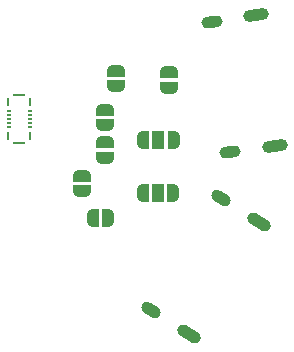
<source format=gts>
G04 #@! TF.GenerationSoftware,KiCad,Pcbnew,(7.0.0-0)*
G04 #@! TF.CreationDate,2024-01-02T18:24:24+08:00*
G04 #@! TF.ProjectId,SWDProgrammer,53574450-726f-4677-9261-6d6d65722e6b,rev?*
G04 #@! TF.SameCoordinates,Original*
G04 #@! TF.FileFunction,Soldermask,Top*
G04 #@! TF.FilePolarity,Negative*
%FSLAX46Y46*%
G04 Gerber Fmt 4.6, Leading zero omitted, Abs format (unit mm)*
G04 Created by KiCad (PCBNEW (7.0.0-0)) date 2024-01-02 18:24:24*
%MOMM*%
%LPD*%
G01*
G04 APERTURE LIST*
G04 Aperture macros list*
%AMHorizOval*
0 Thick line with rounded ends*
0 $1 width*
0 $2 $3 position (X,Y) of the first rounded end (center of the circle)*
0 $4 $5 position (X,Y) of the second rounded end (center of the circle)*
0 Add line between two ends*
20,1,$1,$2,$3,$4,$5,0*
0 Add two circle primitives to create the rounded ends*
1,1,$1,$2,$3*
1,1,$1,$4,$5*%
%AMFreePoly0*
4,1,19,0.550000,-0.750000,0.000000,-0.750000,0.000000,-0.744911,-0.071157,-0.744911,-0.207708,-0.704816,-0.327430,-0.627875,-0.420627,-0.520320,-0.479746,-0.390866,-0.500000,-0.250000,-0.500000,0.250000,-0.479746,0.390866,-0.420627,0.520320,-0.327430,0.627875,-0.207708,0.704816,-0.071157,0.744911,0.000000,0.744911,0.000000,0.750000,0.550000,0.750000,0.550000,-0.750000,0.550000,-0.750000,
$1*%
%AMFreePoly1*
4,1,19,0.000000,0.744911,0.071157,0.744911,0.207708,0.704816,0.327430,0.627875,0.420627,0.520320,0.479746,0.390866,0.500000,0.250000,0.500000,-0.250000,0.479746,-0.390866,0.420627,-0.520320,0.327430,-0.627875,0.207708,-0.704816,0.071157,-0.744911,0.000000,-0.744911,0.000000,-0.750000,-0.550000,-0.750000,-0.550000,0.750000,0.000000,0.750000,0.000000,0.744911,0.000000,0.744911,
$1*%
%AMFreePoly2*
4,1,19,0.500000,-0.750000,0.000000,-0.750000,0.000000,-0.744911,-0.071157,-0.744911,-0.207708,-0.704816,-0.327430,-0.627875,-0.420627,-0.520320,-0.479746,-0.390866,-0.500000,-0.250000,-0.500000,0.250000,-0.479746,0.390866,-0.420627,0.520320,-0.327430,0.627875,-0.207708,0.704816,-0.071157,0.744911,0.000000,0.744911,0.000000,0.750000,0.500000,0.750000,0.500000,-0.750000,0.500000,-0.750000,
$1*%
%AMFreePoly3*
4,1,19,0.000000,0.744911,0.071157,0.744911,0.207708,0.704816,0.327430,0.627875,0.420627,0.520320,0.479746,0.390866,0.500000,0.250000,0.500000,-0.250000,0.479746,-0.390866,0.420627,-0.520320,0.327430,-0.627875,0.207708,-0.704816,0.071157,-0.744911,0.000000,-0.744911,0.000000,-0.750000,-0.500000,-0.750000,-0.500000,0.750000,0.000000,0.750000,0.000000,0.744911,0.000000,0.744911,
$1*%
G04 Aperture macros list end*
%ADD10FreePoly0,180.000000*%
%ADD11R,1.000000X1.500000*%
%ADD12FreePoly1,180.000000*%
%ADD13FreePoly2,90.000000*%
%ADD14FreePoly3,90.000000*%
%ADD15FreePoly2,0.000000*%
%ADD16FreePoly3,0.000000*%
%ADD17R,0.325000X0.180000*%
%ADD18R,0.235000X0.750000*%
%ADD19R,1.040000X0.215000*%
%ADD20HorizOval,1.000000X-0.508829X0.317952X0.508829X-0.317952X0*%
%ADD21HorizOval,1.000000X-0.339219X0.211968X0.339219X-0.211968X0*%
%ADD22HorizOval,1.000000X0.594161X0.083504X-0.594161X-0.083504X0*%
%ADD23HorizOval,1.000000X0.396107X0.055669X-0.396107X-0.055669X0*%
G04 APERTURE END LIST*
D10*
X147050000Y-61557500D03*
D11*
X145749999Y-61557499D03*
D12*
X144450000Y-61557500D03*
D10*
X147000000Y-66100000D03*
D11*
X145699999Y-66099999D03*
D12*
X144400000Y-66100000D03*
D13*
X141250000Y-63100000D03*
D14*
X141250000Y-61800000D03*
D15*
X140200000Y-68200000D03*
D16*
X141500000Y-68200000D03*
D13*
X146650000Y-57150000D03*
D14*
X146650000Y-55850000D03*
D13*
X139250000Y-65900000D03*
D14*
X139250000Y-64600000D03*
D13*
X141250000Y-60350000D03*
D14*
X141250000Y-59050000D03*
D17*
X133087499Y-59099999D03*
X133087499Y-59449999D03*
X133087499Y-59799999D03*
X133087499Y-60149999D03*
X133087499Y-60499999D03*
X134862499Y-59099999D03*
X134862499Y-59449999D03*
X134862499Y-59799999D03*
X134862499Y-60149999D03*
X134862499Y-60499999D03*
D18*
X133042499Y-58364999D03*
D19*
X133974999Y-57784999D03*
D18*
X134907499Y-58364999D03*
X133042499Y-61234999D03*
D19*
X133974999Y-61814999D03*
D18*
X134907499Y-61234999D03*
D13*
X142150000Y-57050000D03*
D14*
X142150000Y-55750000D03*
D20*
X148316797Y-78015415D03*
X154225715Y-68559170D03*
D21*
X151003291Y-66545222D03*
X145094215Y-76001721D03*
D22*
X155581179Y-62080248D03*
X154029316Y-51038164D03*
D23*
X150266255Y-51566725D03*
X151818161Y-62609105D03*
M02*

</source>
